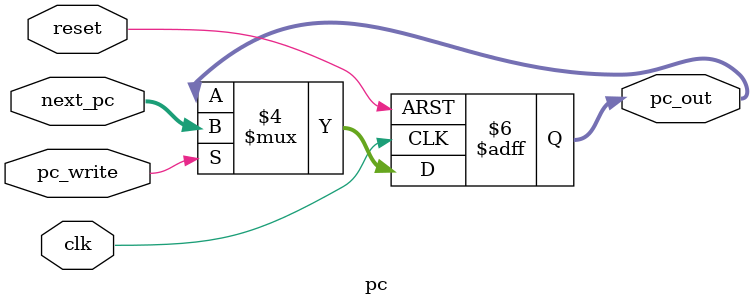
<source format=v>

module pc(input wire clk,
          input wire reset,
          input wire [31:0] next_pc,
          input wire pc_write,
          output reg[31:0] pc_out);
    always @ (posedge clk or posedge reset) begin
        if (reset)
            pc_out <= 32'b0;
        else if (pc_write == 1)
            pc_out <= next_pc;
        else
            pc_out <= pc_out;
    end
endmodule
    
    
    
    
    

</source>
